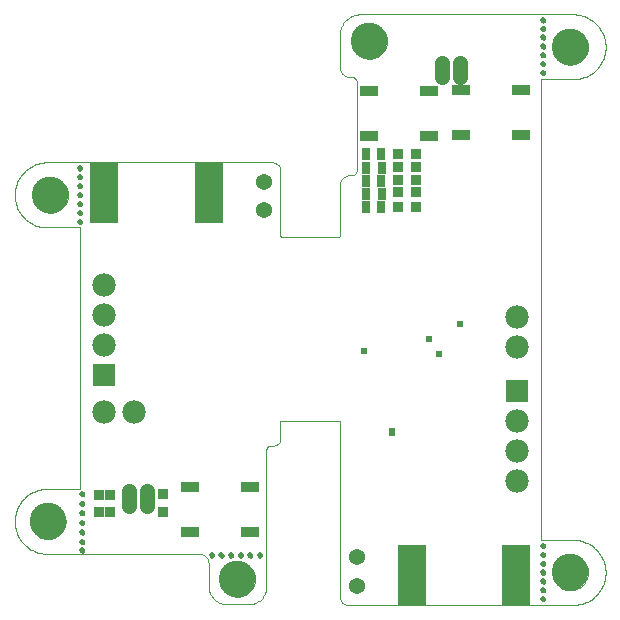
<source format=gbs>
G75*
G70*
%OFA0B0*%
%FSLAX24Y24*%
%IPPOS*%
%LPD*%
%AMOC8*
5,1,8,0,0,1.08239X$1,22.5*
%
%ADD10C,0.0000*%
%ADD11C,0.1221*%
%ADD12C,0.0190*%
%ADD13R,0.0240X0.0240*%
%ADD14R,0.0240X0.0280*%
%ADD15R,0.0355X0.0355*%
%ADD16R,0.0940X0.2040*%
%ADD17R,0.0640X0.0340*%
%ADD18C,0.0780*%
%ADD19C,0.0540*%
%ADD20R,0.0780X0.0780*%
%ADD21C,0.0516*%
%ADD22R,0.0316X0.0394*%
D10*
X001183Y005559D02*
X002265Y005559D01*
X002238Y005559D02*
X006238Y005559D01*
X006271Y005557D01*
X006305Y005552D01*
X006337Y005543D01*
X006368Y005531D01*
X006398Y005516D01*
X006426Y005498D01*
X006452Y005477D01*
X006476Y005453D01*
X006497Y005427D01*
X006515Y005399D01*
X006530Y005369D01*
X006542Y005338D01*
X006551Y005306D01*
X006556Y005272D01*
X006558Y005239D01*
X006558Y004439D01*
X006563Y004392D01*
X006572Y004346D01*
X006584Y004300D01*
X006600Y004256D01*
X006619Y004213D01*
X006642Y004171D01*
X006668Y004132D01*
X006696Y004094D01*
X006728Y004059D01*
X006762Y004027D01*
X006799Y003997D01*
X006838Y003970D01*
X006879Y003947D01*
X006921Y003927D01*
X006965Y003910D01*
X007011Y003896D01*
X007057Y003887D01*
X007104Y003880D01*
X007151Y003878D01*
X007198Y003879D01*
X007918Y003879D01*
X007964Y003881D01*
X008010Y003887D01*
X008055Y003896D01*
X008100Y003909D01*
X008143Y003926D01*
X008185Y003946D01*
X008224Y003970D01*
X008262Y003997D01*
X008297Y004027D01*
X008330Y004060D01*
X008360Y004095D01*
X008387Y004133D01*
X008411Y004172D01*
X008431Y004214D01*
X008448Y004257D01*
X008461Y004302D01*
X008470Y004347D01*
X008476Y004393D01*
X008478Y004439D01*
X008478Y008999D01*
X008480Y009022D01*
X008484Y009044D01*
X008492Y009065D01*
X008503Y009086D01*
X008517Y009104D01*
X008533Y009120D01*
X008551Y009134D01*
X008572Y009145D01*
X008593Y009153D01*
X008615Y009157D01*
X008638Y009159D01*
X008718Y009159D01*
X008747Y009161D01*
X008775Y009166D01*
X008802Y009174D01*
X008829Y009186D01*
X008853Y009201D01*
X008876Y009218D01*
X008896Y009238D01*
X008914Y009261D01*
X008929Y009285D01*
X008941Y009312D01*
X008950Y009339D01*
X008955Y009367D01*
X008957Y009396D01*
X008957Y009981D01*
X008958Y009987D01*
X008961Y009992D01*
X008966Y009995D01*
X008972Y009996D01*
X010935Y009996D01*
X010935Y004126D01*
X010937Y004095D01*
X010943Y004064D01*
X010952Y004034D01*
X010965Y004005D01*
X010981Y003978D01*
X010999Y003953D01*
X011021Y003930D01*
X011044Y003909D01*
X011070Y003891D01*
X011098Y003877D01*
X011127Y003865D01*
X011158Y003857D01*
X011189Y003852D01*
X011220Y003851D01*
X018712Y003851D01*
X019795Y004933D02*
X019793Y004996D01*
X019788Y005059D01*
X019779Y005121D01*
X019766Y005183D01*
X019750Y005244D01*
X019730Y005303D01*
X019706Y005362D01*
X019680Y005419D01*
X019650Y005474D01*
X019617Y005528D01*
X019581Y005580D01*
X019542Y005629D01*
X019500Y005676D01*
X019455Y005721D01*
X019408Y005763D01*
X019359Y005802D01*
X019307Y005838D01*
X019254Y005871D01*
X019198Y005901D01*
X019141Y005927D01*
X019082Y005951D01*
X019023Y005971D01*
X018962Y005987D01*
X018900Y006000D01*
X018838Y006009D01*
X018775Y006014D01*
X018712Y006016D01*
X017629Y006016D01*
X017629Y021370D01*
X018712Y021370D01*
X017634Y021586D02*
X017636Y021603D01*
X017641Y021619D01*
X017650Y021633D01*
X017662Y021645D01*
X017676Y021654D01*
X017692Y021659D01*
X017709Y021661D01*
X017726Y021659D01*
X017742Y021654D01*
X017756Y021645D01*
X017768Y021633D01*
X017777Y021619D01*
X017782Y021603D01*
X017784Y021586D01*
X017782Y021569D01*
X017777Y021553D01*
X017768Y021539D01*
X017756Y021527D01*
X017742Y021518D01*
X017726Y021513D01*
X017709Y021511D01*
X017692Y021513D01*
X017676Y021518D01*
X017662Y021527D01*
X017650Y021539D01*
X017641Y021553D01*
X017636Y021569D01*
X017634Y021586D01*
X017634Y021881D02*
X017636Y021898D01*
X017641Y021914D01*
X017650Y021928D01*
X017662Y021940D01*
X017676Y021949D01*
X017692Y021954D01*
X017709Y021956D01*
X017726Y021954D01*
X017742Y021949D01*
X017756Y021940D01*
X017768Y021928D01*
X017777Y021914D01*
X017782Y021898D01*
X017784Y021881D01*
X017782Y021864D01*
X017777Y021848D01*
X017768Y021834D01*
X017756Y021822D01*
X017742Y021813D01*
X017726Y021808D01*
X017709Y021806D01*
X017692Y021808D01*
X017676Y021813D01*
X017662Y021822D01*
X017650Y021834D01*
X017641Y021848D01*
X017636Y021864D01*
X017634Y021881D01*
X017634Y022176D02*
X017636Y022193D01*
X017641Y022209D01*
X017650Y022223D01*
X017662Y022235D01*
X017676Y022244D01*
X017692Y022249D01*
X017709Y022251D01*
X017726Y022249D01*
X017742Y022244D01*
X017756Y022235D01*
X017768Y022223D01*
X017777Y022209D01*
X017782Y022193D01*
X017784Y022176D01*
X017782Y022159D01*
X017777Y022143D01*
X017768Y022129D01*
X017756Y022117D01*
X017742Y022108D01*
X017726Y022103D01*
X017709Y022101D01*
X017692Y022103D01*
X017676Y022108D01*
X017662Y022117D01*
X017650Y022129D01*
X017641Y022143D01*
X017636Y022159D01*
X017634Y022176D01*
X017634Y022471D02*
X017636Y022488D01*
X017641Y022504D01*
X017650Y022518D01*
X017662Y022530D01*
X017676Y022539D01*
X017692Y022544D01*
X017709Y022546D01*
X017726Y022544D01*
X017742Y022539D01*
X017756Y022530D01*
X017768Y022518D01*
X017777Y022504D01*
X017782Y022488D01*
X017784Y022471D01*
X017782Y022454D01*
X017777Y022438D01*
X017768Y022424D01*
X017756Y022412D01*
X017742Y022403D01*
X017726Y022398D01*
X017709Y022396D01*
X017692Y022398D01*
X017676Y022403D01*
X017662Y022412D01*
X017650Y022424D01*
X017641Y022438D01*
X017636Y022454D01*
X017634Y022471D01*
X017634Y022767D02*
X017636Y022784D01*
X017641Y022800D01*
X017650Y022814D01*
X017662Y022826D01*
X017676Y022835D01*
X017692Y022840D01*
X017709Y022842D01*
X017726Y022840D01*
X017742Y022835D01*
X017756Y022826D01*
X017768Y022814D01*
X017777Y022800D01*
X017782Y022784D01*
X017784Y022767D01*
X017782Y022750D01*
X017777Y022734D01*
X017768Y022720D01*
X017756Y022708D01*
X017742Y022699D01*
X017726Y022694D01*
X017709Y022692D01*
X017692Y022694D01*
X017676Y022699D01*
X017662Y022708D01*
X017650Y022720D01*
X017641Y022734D01*
X017636Y022750D01*
X017634Y022767D01*
X017634Y023062D02*
X017636Y023079D01*
X017641Y023095D01*
X017650Y023109D01*
X017662Y023121D01*
X017676Y023130D01*
X017692Y023135D01*
X017709Y023137D01*
X017726Y023135D01*
X017742Y023130D01*
X017756Y023121D01*
X017768Y023109D01*
X017777Y023095D01*
X017782Y023079D01*
X017784Y023062D01*
X017782Y023045D01*
X017777Y023029D01*
X017768Y023015D01*
X017756Y023003D01*
X017742Y022994D01*
X017726Y022989D01*
X017709Y022987D01*
X017692Y022989D01*
X017676Y022994D01*
X017662Y023003D01*
X017650Y023015D01*
X017641Y023029D01*
X017636Y023045D01*
X017634Y023062D01*
X017634Y023339D02*
X017636Y023356D01*
X017641Y023372D01*
X017650Y023386D01*
X017662Y023398D01*
X017676Y023407D01*
X017692Y023412D01*
X017709Y023414D01*
X017726Y023412D01*
X017742Y023407D01*
X017756Y023398D01*
X017768Y023386D01*
X017777Y023372D01*
X017782Y023356D01*
X017784Y023339D01*
X017782Y023322D01*
X017777Y023306D01*
X017768Y023292D01*
X017756Y023280D01*
X017742Y023271D01*
X017726Y023266D01*
X017709Y023264D01*
X017692Y023266D01*
X017676Y023271D01*
X017662Y023280D01*
X017650Y023292D01*
X017641Y023306D01*
X017636Y023322D01*
X017634Y023339D01*
X018022Y022453D02*
X018024Y022501D01*
X018030Y022549D01*
X018040Y022596D01*
X018053Y022642D01*
X018071Y022687D01*
X018091Y022731D01*
X018116Y022773D01*
X018144Y022812D01*
X018174Y022849D01*
X018208Y022883D01*
X018245Y022915D01*
X018283Y022944D01*
X018324Y022969D01*
X018367Y022991D01*
X018412Y023009D01*
X018458Y023023D01*
X018505Y023034D01*
X018553Y023041D01*
X018601Y023044D01*
X018649Y023043D01*
X018697Y023038D01*
X018745Y023029D01*
X018791Y023017D01*
X018836Y023000D01*
X018880Y022980D01*
X018922Y022957D01*
X018962Y022930D01*
X019000Y022900D01*
X019035Y022867D01*
X019067Y022831D01*
X019097Y022793D01*
X019123Y022752D01*
X019145Y022709D01*
X019165Y022665D01*
X019180Y022620D01*
X019192Y022573D01*
X019200Y022525D01*
X019204Y022477D01*
X019204Y022429D01*
X019200Y022381D01*
X019192Y022333D01*
X019180Y022286D01*
X019165Y022241D01*
X019145Y022197D01*
X019123Y022154D01*
X019097Y022113D01*
X019067Y022075D01*
X019035Y022039D01*
X019000Y022006D01*
X018962Y021976D01*
X018922Y021949D01*
X018880Y021926D01*
X018836Y021906D01*
X018791Y021889D01*
X018745Y021877D01*
X018697Y021868D01*
X018649Y021863D01*
X018601Y021862D01*
X018553Y021865D01*
X018505Y021872D01*
X018458Y021883D01*
X018412Y021897D01*
X018367Y021915D01*
X018324Y021937D01*
X018283Y021962D01*
X018245Y021991D01*
X018208Y022023D01*
X018174Y022057D01*
X018144Y022094D01*
X018116Y022133D01*
X018091Y022175D01*
X018071Y022219D01*
X018053Y022264D01*
X018040Y022310D01*
X018030Y022357D01*
X018024Y022405D01*
X018022Y022453D01*
X018712Y023536D02*
X018775Y023534D01*
X018838Y023529D01*
X018900Y023520D01*
X018962Y023507D01*
X019023Y023491D01*
X019082Y023471D01*
X019141Y023447D01*
X019198Y023421D01*
X019254Y023391D01*
X019307Y023358D01*
X019359Y023322D01*
X019408Y023283D01*
X019455Y023241D01*
X019500Y023196D01*
X019542Y023149D01*
X019581Y023100D01*
X019617Y023048D01*
X019650Y022994D01*
X019680Y022939D01*
X019706Y022882D01*
X019730Y022823D01*
X019750Y022764D01*
X019766Y022703D01*
X019779Y022641D01*
X019788Y022579D01*
X019793Y022516D01*
X019795Y022453D01*
X019793Y022390D01*
X019788Y022327D01*
X019779Y022265D01*
X019766Y022203D01*
X019750Y022142D01*
X019730Y022083D01*
X019706Y022024D01*
X019680Y021967D01*
X019650Y021912D01*
X019617Y021858D01*
X019581Y021806D01*
X019542Y021757D01*
X019500Y021710D01*
X019455Y021665D01*
X019408Y021623D01*
X019359Y021584D01*
X019307Y021548D01*
X019254Y021515D01*
X019198Y021485D01*
X019141Y021459D01*
X019082Y021435D01*
X019023Y021415D01*
X018962Y021399D01*
X018900Y021386D01*
X018838Y021377D01*
X018775Y021372D01*
X018712Y021370D01*
X018712Y023536D02*
X011625Y023536D01*
X011574Y023534D01*
X011522Y023528D01*
X011472Y023519D01*
X011422Y023505D01*
X011373Y023488D01*
X011326Y023468D01*
X011280Y023444D01*
X011237Y023416D01*
X011195Y023386D01*
X011156Y023352D01*
X011120Y023316D01*
X011086Y023277D01*
X011056Y023235D01*
X011028Y023192D01*
X011004Y023146D01*
X010984Y023099D01*
X010967Y023050D01*
X010953Y023000D01*
X010944Y022950D01*
X010938Y022898D01*
X010936Y022847D01*
X010936Y021771D01*
X010938Y021738D01*
X010943Y021704D01*
X010952Y021672D01*
X010964Y021641D01*
X010979Y021611D01*
X010997Y021583D01*
X011018Y021557D01*
X011042Y021533D01*
X011068Y021512D01*
X011096Y021494D01*
X011126Y021479D01*
X011157Y021467D01*
X011189Y021458D01*
X011223Y021453D01*
X011256Y021451D01*
X011336Y021451D01*
X011359Y021449D01*
X011381Y021445D01*
X011402Y021437D01*
X011423Y021426D01*
X011441Y021412D01*
X011457Y021396D01*
X011471Y021378D01*
X011482Y021357D01*
X011490Y021336D01*
X011494Y021314D01*
X011496Y021291D01*
X011496Y018331D01*
X011494Y018308D01*
X011490Y018286D01*
X011482Y018265D01*
X011471Y018244D01*
X011457Y018226D01*
X011441Y018210D01*
X011423Y018196D01*
X011402Y018185D01*
X011381Y018177D01*
X011359Y018173D01*
X011336Y018171D01*
X011256Y018171D01*
X011257Y018171D02*
X011223Y018169D01*
X011190Y018164D01*
X011158Y018156D01*
X011126Y018144D01*
X011096Y018128D01*
X011068Y018110D01*
X011042Y018089D01*
X011018Y018065D01*
X010997Y018039D01*
X010978Y018011D01*
X010963Y017981D01*
X010951Y017950D01*
X010942Y017917D01*
X010937Y017884D01*
X010935Y017851D01*
X010935Y016161D01*
X010933Y016148D01*
X010928Y016136D01*
X010920Y016126D01*
X010910Y016118D01*
X010898Y016113D01*
X010885Y016111D01*
X009007Y016111D01*
X008994Y016113D01*
X008982Y016118D01*
X008972Y016126D01*
X008964Y016136D01*
X008959Y016148D01*
X008957Y016161D01*
X008957Y018326D01*
X008955Y018357D01*
X008949Y018388D01*
X008940Y018418D01*
X008927Y018447D01*
X008911Y018474D01*
X008893Y018499D01*
X008871Y018522D01*
X008848Y018543D01*
X008822Y018561D01*
X008794Y018575D01*
X008765Y018587D01*
X008734Y018595D01*
X008703Y018600D01*
X008672Y018601D01*
X001182Y018601D01*
X001183Y018601D02*
X001120Y018599D01*
X001057Y018594D01*
X000995Y018584D01*
X000933Y018572D01*
X000872Y018555D01*
X000812Y018535D01*
X000754Y018512D01*
X000697Y018485D01*
X000641Y018455D01*
X000587Y018422D01*
X000536Y018386D01*
X000486Y018347D01*
X000439Y018305D01*
X000395Y018260D01*
X000353Y018213D01*
X000314Y018163D01*
X000278Y018112D01*
X000245Y018058D01*
X000215Y018003D01*
X000188Y017945D01*
X000165Y017887D01*
X000145Y017827D01*
X000129Y017766D01*
X000116Y017704D01*
X000107Y017642D01*
X000102Y017579D01*
X000100Y017516D01*
X000102Y017453D01*
X000107Y017390D01*
X000116Y017328D01*
X000129Y017266D01*
X000145Y017205D01*
X000165Y017146D01*
X000189Y017087D01*
X000215Y017030D01*
X000245Y016975D01*
X000278Y016921D01*
X000314Y016869D01*
X000353Y016820D01*
X000395Y016773D01*
X000440Y016728D01*
X000487Y016686D01*
X000536Y016647D01*
X000588Y016611D01*
X000641Y016578D01*
X000697Y016548D01*
X000754Y016522D01*
X000813Y016498D01*
X000872Y016478D01*
X000933Y016462D01*
X000995Y016449D01*
X001057Y016440D01*
X001120Y016435D01*
X001183Y016433D01*
X002265Y016433D01*
X002265Y007719D01*
X001183Y007719D01*
X001120Y007717D01*
X001057Y007712D01*
X000995Y007703D01*
X000933Y007690D01*
X000872Y007674D01*
X000813Y007654D01*
X000754Y007630D01*
X000697Y007604D01*
X000642Y007574D01*
X000588Y007541D01*
X000536Y007505D01*
X000487Y007466D01*
X000440Y007424D01*
X000395Y007379D01*
X000353Y007332D01*
X000314Y007283D01*
X000278Y007231D01*
X000245Y007178D01*
X000215Y007122D01*
X000189Y007065D01*
X000165Y007006D01*
X000145Y006947D01*
X000129Y006886D01*
X000116Y006824D01*
X000107Y006762D01*
X000102Y006699D01*
X000100Y006636D01*
X000102Y006573D01*
X000107Y006510D01*
X000116Y006448D01*
X000129Y006386D01*
X000145Y006325D01*
X000165Y006266D01*
X000189Y006207D01*
X000215Y006150D01*
X000245Y006095D01*
X000278Y006041D01*
X000314Y005989D01*
X000353Y005940D01*
X000395Y005893D01*
X000440Y005848D01*
X000487Y005806D01*
X000536Y005767D01*
X000588Y005731D01*
X000641Y005698D01*
X000697Y005668D01*
X000754Y005642D01*
X000813Y005618D01*
X000872Y005598D01*
X000933Y005582D01*
X000995Y005569D01*
X001057Y005560D01*
X001120Y005555D01*
X001183Y005553D01*
X000610Y006636D02*
X000612Y006684D01*
X000618Y006732D01*
X000628Y006779D01*
X000641Y006825D01*
X000659Y006870D01*
X000679Y006914D01*
X000704Y006956D01*
X000732Y006995D01*
X000762Y007032D01*
X000796Y007066D01*
X000833Y007098D01*
X000871Y007127D01*
X000912Y007152D01*
X000955Y007174D01*
X001000Y007192D01*
X001046Y007206D01*
X001093Y007217D01*
X001141Y007224D01*
X001189Y007227D01*
X001237Y007226D01*
X001285Y007221D01*
X001333Y007212D01*
X001379Y007200D01*
X001424Y007183D01*
X001468Y007163D01*
X001510Y007140D01*
X001550Y007113D01*
X001588Y007083D01*
X001623Y007050D01*
X001655Y007014D01*
X001685Y006976D01*
X001711Y006935D01*
X001733Y006892D01*
X001753Y006848D01*
X001768Y006803D01*
X001780Y006756D01*
X001788Y006708D01*
X001792Y006660D01*
X001792Y006612D01*
X001788Y006564D01*
X001780Y006516D01*
X001768Y006469D01*
X001753Y006424D01*
X001733Y006380D01*
X001711Y006337D01*
X001685Y006296D01*
X001655Y006258D01*
X001623Y006222D01*
X001588Y006189D01*
X001550Y006159D01*
X001510Y006132D01*
X001468Y006109D01*
X001424Y006089D01*
X001379Y006072D01*
X001333Y006060D01*
X001285Y006051D01*
X001237Y006046D01*
X001189Y006045D01*
X001141Y006048D01*
X001093Y006055D01*
X001046Y006066D01*
X001000Y006080D01*
X000955Y006098D01*
X000912Y006120D01*
X000871Y006145D01*
X000833Y006174D01*
X000796Y006206D01*
X000762Y006240D01*
X000732Y006277D01*
X000704Y006316D01*
X000679Y006358D01*
X000659Y006402D01*
X000641Y006447D01*
X000628Y006493D01*
X000618Y006540D01*
X000612Y006588D01*
X000610Y006636D01*
X002270Y006591D02*
X002272Y006608D01*
X002277Y006624D01*
X002286Y006638D01*
X002298Y006650D01*
X002312Y006659D01*
X002328Y006664D01*
X002345Y006666D01*
X002362Y006664D01*
X002378Y006659D01*
X002392Y006650D01*
X002404Y006638D01*
X002413Y006624D01*
X002418Y006608D01*
X002420Y006591D01*
X002418Y006574D01*
X002413Y006558D01*
X002404Y006544D01*
X002392Y006532D01*
X002378Y006523D01*
X002362Y006518D01*
X002345Y006516D01*
X002328Y006518D01*
X002312Y006523D01*
X002298Y006532D01*
X002286Y006544D01*
X002277Y006558D01*
X002272Y006574D01*
X002270Y006591D01*
X002270Y006911D02*
X002272Y006928D01*
X002277Y006944D01*
X002286Y006958D01*
X002298Y006970D01*
X002312Y006979D01*
X002328Y006984D01*
X002345Y006986D01*
X002362Y006984D01*
X002378Y006979D01*
X002392Y006970D01*
X002404Y006958D01*
X002413Y006944D01*
X002418Y006928D01*
X002420Y006911D01*
X002418Y006894D01*
X002413Y006878D01*
X002404Y006864D01*
X002392Y006852D01*
X002378Y006843D01*
X002362Y006838D01*
X002345Y006836D01*
X002328Y006838D01*
X002312Y006843D01*
X002298Y006852D01*
X002286Y006864D01*
X002277Y006878D01*
X002272Y006894D01*
X002270Y006911D01*
X002270Y007231D02*
X002272Y007248D01*
X002277Y007264D01*
X002286Y007278D01*
X002298Y007290D01*
X002312Y007299D01*
X002328Y007304D01*
X002345Y007306D01*
X002362Y007304D01*
X002378Y007299D01*
X002392Y007290D01*
X002404Y007278D01*
X002413Y007264D01*
X002418Y007248D01*
X002420Y007231D01*
X002418Y007214D01*
X002413Y007198D01*
X002404Y007184D01*
X002392Y007172D01*
X002378Y007163D01*
X002362Y007158D01*
X002345Y007156D01*
X002328Y007158D01*
X002312Y007163D01*
X002298Y007172D01*
X002286Y007184D01*
X002277Y007198D01*
X002272Y007214D01*
X002270Y007231D01*
X002270Y007551D02*
X002272Y007568D01*
X002277Y007584D01*
X002286Y007598D01*
X002298Y007610D01*
X002312Y007619D01*
X002328Y007624D01*
X002345Y007626D01*
X002362Y007624D01*
X002378Y007619D01*
X002392Y007610D01*
X002404Y007598D01*
X002413Y007584D01*
X002418Y007568D01*
X002420Y007551D01*
X002418Y007534D01*
X002413Y007518D01*
X002404Y007504D01*
X002392Y007492D01*
X002378Y007483D01*
X002362Y007478D01*
X002345Y007476D01*
X002328Y007478D01*
X002312Y007483D01*
X002298Y007492D01*
X002286Y007504D01*
X002277Y007518D01*
X002272Y007534D01*
X002270Y007551D01*
X002270Y006271D02*
X002272Y006288D01*
X002277Y006304D01*
X002286Y006318D01*
X002298Y006330D01*
X002312Y006339D01*
X002328Y006344D01*
X002345Y006346D01*
X002362Y006344D01*
X002378Y006339D01*
X002392Y006330D01*
X002404Y006318D01*
X002413Y006304D01*
X002418Y006288D01*
X002420Y006271D01*
X002418Y006254D01*
X002413Y006238D01*
X002404Y006224D01*
X002392Y006212D01*
X002378Y006203D01*
X002362Y006198D01*
X002345Y006196D01*
X002328Y006198D01*
X002312Y006203D01*
X002298Y006212D01*
X002286Y006224D01*
X002277Y006238D01*
X002272Y006254D01*
X002270Y006271D01*
X002270Y005951D02*
X002272Y005968D01*
X002277Y005984D01*
X002286Y005998D01*
X002298Y006010D01*
X002312Y006019D01*
X002328Y006024D01*
X002345Y006026D01*
X002362Y006024D01*
X002378Y006019D01*
X002392Y006010D01*
X002404Y005998D01*
X002413Y005984D01*
X002418Y005968D01*
X002420Y005951D01*
X002418Y005934D01*
X002413Y005918D01*
X002404Y005904D01*
X002392Y005892D01*
X002378Y005883D01*
X002362Y005878D01*
X002345Y005876D01*
X002328Y005878D01*
X002312Y005883D01*
X002298Y005892D01*
X002286Y005904D01*
X002277Y005918D01*
X002272Y005934D01*
X002270Y005951D01*
X002270Y005671D02*
X002272Y005688D01*
X002277Y005704D01*
X002286Y005718D01*
X002298Y005730D01*
X002312Y005739D01*
X002328Y005744D01*
X002345Y005746D01*
X002362Y005744D01*
X002378Y005739D01*
X002392Y005730D01*
X002404Y005718D01*
X002413Y005704D01*
X002418Y005688D01*
X002420Y005671D01*
X002418Y005654D01*
X002413Y005638D01*
X002404Y005624D01*
X002392Y005612D01*
X002378Y005603D01*
X002362Y005598D01*
X002345Y005596D01*
X002328Y005598D01*
X002312Y005603D01*
X002298Y005612D01*
X002286Y005624D01*
X002277Y005638D01*
X002272Y005654D01*
X002270Y005671D01*
X006590Y005504D02*
X006592Y005521D01*
X006597Y005537D01*
X006606Y005551D01*
X006618Y005563D01*
X006632Y005572D01*
X006648Y005577D01*
X006665Y005579D01*
X006682Y005577D01*
X006698Y005572D01*
X006712Y005563D01*
X006724Y005551D01*
X006733Y005537D01*
X006738Y005521D01*
X006740Y005504D01*
X006738Y005487D01*
X006733Y005471D01*
X006724Y005457D01*
X006712Y005445D01*
X006698Y005436D01*
X006682Y005431D01*
X006665Y005429D01*
X006648Y005431D01*
X006632Y005436D01*
X006618Y005445D01*
X006606Y005457D01*
X006597Y005471D01*
X006592Y005487D01*
X006590Y005504D01*
X006910Y005504D02*
X006912Y005521D01*
X006917Y005537D01*
X006926Y005551D01*
X006938Y005563D01*
X006952Y005572D01*
X006968Y005577D01*
X006985Y005579D01*
X007002Y005577D01*
X007018Y005572D01*
X007032Y005563D01*
X007044Y005551D01*
X007053Y005537D01*
X007058Y005521D01*
X007060Y005504D01*
X007058Y005487D01*
X007053Y005471D01*
X007044Y005457D01*
X007032Y005445D01*
X007018Y005436D01*
X007002Y005431D01*
X006985Y005429D01*
X006968Y005431D01*
X006952Y005436D01*
X006938Y005445D01*
X006926Y005457D01*
X006917Y005471D01*
X006912Y005487D01*
X006910Y005504D01*
X007230Y005504D02*
X007232Y005521D01*
X007237Y005537D01*
X007246Y005551D01*
X007258Y005563D01*
X007272Y005572D01*
X007288Y005577D01*
X007305Y005579D01*
X007322Y005577D01*
X007338Y005572D01*
X007352Y005563D01*
X007364Y005551D01*
X007373Y005537D01*
X007378Y005521D01*
X007380Y005504D01*
X007378Y005487D01*
X007373Y005471D01*
X007364Y005457D01*
X007352Y005445D01*
X007338Y005436D01*
X007322Y005431D01*
X007305Y005429D01*
X007288Y005431D01*
X007272Y005436D01*
X007258Y005445D01*
X007246Y005457D01*
X007237Y005471D01*
X007232Y005487D01*
X007230Y005504D01*
X007550Y005504D02*
X007552Y005521D01*
X007557Y005537D01*
X007566Y005551D01*
X007578Y005563D01*
X007592Y005572D01*
X007608Y005577D01*
X007625Y005579D01*
X007642Y005577D01*
X007658Y005572D01*
X007672Y005563D01*
X007684Y005551D01*
X007693Y005537D01*
X007698Y005521D01*
X007700Y005504D01*
X007698Y005487D01*
X007693Y005471D01*
X007684Y005457D01*
X007672Y005445D01*
X007658Y005436D01*
X007642Y005431D01*
X007625Y005429D01*
X007608Y005431D01*
X007592Y005436D01*
X007578Y005445D01*
X007566Y005457D01*
X007557Y005471D01*
X007552Y005487D01*
X007550Y005504D01*
X007870Y005504D02*
X007872Y005521D01*
X007877Y005537D01*
X007886Y005551D01*
X007898Y005563D01*
X007912Y005572D01*
X007928Y005577D01*
X007945Y005579D01*
X007962Y005577D01*
X007978Y005572D01*
X007992Y005563D01*
X008004Y005551D01*
X008013Y005537D01*
X008018Y005521D01*
X008020Y005504D01*
X008018Y005487D01*
X008013Y005471D01*
X008004Y005457D01*
X007992Y005445D01*
X007978Y005436D01*
X007962Y005431D01*
X007945Y005429D01*
X007928Y005431D01*
X007912Y005436D01*
X007898Y005445D01*
X007886Y005457D01*
X007877Y005471D01*
X007872Y005487D01*
X007870Y005504D01*
X008190Y005504D02*
X008192Y005521D01*
X008197Y005537D01*
X008206Y005551D01*
X008218Y005563D01*
X008232Y005572D01*
X008248Y005577D01*
X008265Y005579D01*
X008282Y005577D01*
X008298Y005572D01*
X008312Y005563D01*
X008324Y005551D01*
X008333Y005537D01*
X008338Y005521D01*
X008340Y005504D01*
X008338Y005487D01*
X008333Y005471D01*
X008324Y005457D01*
X008312Y005445D01*
X008298Y005436D01*
X008282Y005431D01*
X008265Y005429D01*
X008248Y005431D01*
X008232Y005436D01*
X008218Y005445D01*
X008206Y005457D01*
X008197Y005471D01*
X008192Y005487D01*
X008190Y005504D01*
X006930Y004716D02*
X006932Y004764D01*
X006938Y004812D01*
X006948Y004859D01*
X006961Y004905D01*
X006979Y004950D01*
X006999Y004994D01*
X007024Y005036D01*
X007052Y005075D01*
X007082Y005112D01*
X007116Y005146D01*
X007153Y005178D01*
X007191Y005207D01*
X007232Y005232D01*
X007275Y005254D01*
X007320Y005272D01*
X007366Y005286D01*
X007413Y005297D01*
X007461Y005304D01*
X007509Y005307D01*
X007557Y005306D01*
X007605Y005301D01*
X007653Y005292D01*
X007699Y005280D01*
X007744Y005263D01*
X007788Y005243D01*
X007830Y005220D01*
X007870Y005193D01*
X007908Y005163D01*
X007943Y005130D01*
X007975Y005094D01*
X008005Y005056D01*
X008031Y005015D01*
X008053Y004972D01*
X008073Y004928D01*
X008088Y004883D01*
X008100Y004836D01*
X008108Y004788D01*
X008112Y004740D01*
X008112Y004692D01*
X008108Y004644D01*
X008100Y004596D01*
X008088Y004549D01*
X008073Y004504D01*
X008053Y004460D01*
X008031Y004417D01*
X008005Y004376D01*
X007975Y004338D01*
X007943Y004302D01*
X007908Y004269D01*
X007870Y004239D01*
X007830Y004212D01*
X007788Y004189D01*
X007744Y004169D01*
X007699Y004152D01*
X007653Y004140D01*
X007605Y004131D01*
X007557Y004126D01*
X007509Y004125D01*
X007461Y004128D01*
X007413Y004135D01*
X007366Y004146D01*
X007320Y004160D01*
X007275Y004178D01*
X007232Y004200D01*
X007191Y004225D01*
X007153Y004254D01*
X007116Y004286D01*
X007082Y004320D01*
X007052Y004357D01*
X007024Y004396D01*
X006999Y004438D01*
X006979Y004482D01*
X006961Y004527D01*
X006948Y004573D01*
X006938Y004620D01*
X006932Y004668D01*
X006930Y004716D01*
X012870Y003851D02*
X017270Y003851D01*
X017634Y004047D02*
X017636Y004064D01*
X017641Y004080D01*
X017650Y004094D01*
X017662Y004106D01*
X017676Y004115D01*
X017692Y004120D01*
X017709Y004122D01*
X017726Y004120D01*
X017742Y004115D01*
X017756Y004106D01*
X017768Y004094D01*
X017777Y004080D01*
X017782Y004064D01*
X017784Y004047D01*
X017782Y004030D01*
X017777Y004014D01*
X017768Y004000D01*
X017756Y003988D01*
X017742Y003979D01*
X017726Y003974D01*
X017709Y003972D01*
X017692Y003974D01*
X017676Y003979D01*
X017662Y003988D01*
X017650Y004000D01*
X017641Y004014D01*
X017636Y004030D01*
X017634Y004047D01*
X017634Y004343D02*
X017636Y004360D01*
X017641Y004376D01*
X017650Y004390D01*
X017662Y004402D01*
X017676Y004411D01*
X017692Y004416D01*
X017709Y004418D01*
X017726Y004416D01*
X017742Y004411D01*
X017756Y004402D01*
X017768Y004390D01*
X017777Y004376D01*
X017782Y004360D01*
X017784Y004343D01*
X017782Y004326D01*
X017777Y004310D01*
X017768Y004296D01*
X017756Y004284D01*
X017742Y004275D01*
X017726Y004270D01*
X017709Y004268D01*
X017692Y004270D01*
X017676Y004275D01*
X017662Y004284D01*
X017650Y004296D01*
X017641Y004310D01*
X017636Y004326D01*
X017634Y004343D01*
X017634Y004638D02*
X017636Y004655D01*
X017641Y004671D01*
X017650Y004685D01*
X017662Y004697D01*
X017676Y004706D01*
X017692Y004711D01*
X017709Y004713D01*
X017726Y004711D01*
X017742Y004706D01*
X017756Y004697D01*
X017768Y004685D01*
X017777Y004671D01*
X017782Y004655D01*
X017784Y004638D01*
X017782Y004621D01*
X017777Y004605D01*
X017768Y004591D01*
X017756Y004579D01*
X017742Y004570D01*
X017726Y004565D01*
X017709Y004563D01*
X017692Y004565D01*
X017676Y004570D01*
X017662Y004579D01*
X017650Y004591D01*
X017641Y004605D01*
X017636Y004621D01*
X017634Y004638D01*
X017634Y004933D02*
X017636Y004950D01*
X017641Y004966D01*
X017650Y004980D01*
X017662Y004992D01*
X017676Y005001D01*
X017692Y005006D01*
X017709Y005008D01*
X017726Y005006D01*
X017742Y005001D01*
X017756Y004992D01*
X017768Y004980D01*
X017777Y004966D01*
X017782Y004950D01*
X017784Y004933D01*
X017782Y004916D01*
X017777Y004900D01*
X017768Y004886D01*
X017756Y004874D01*
X017742Y004865D01*
X017726Y004860D01*
X017709Y004858D01*
X017692Y004860D01*
X017676Y004865D01*
X017662Y004874D01*
X017650Y004886D01*
X017641Y004900D01*
X017636Y004916D01*
X017634Y004933D01*
X017634Y005229D02*
X017636Y005246D01*
X017641Y005262D01*
X017650Y005276D01*
X017662Y005288D01*
X017676Y005297D01*
X017692Y005302D01*
X017709Y005304D01*
X017726Y005302D01*
X017742Y005297D01*
X017756Y005288D01*
X017768Y005276D01*
X017777Y005262D01*
X017782Y005246D01*
X017784Y005229D01*
X017782Y005212D01*
X017777Y005196D01*
X017768Y005182D01*
X017756Y005170D01*
X017742Y005161D01*
X017726Y005156D01*
X017709Y005154D01*
X017692Y005156D01*
X017676Y005161D01*
X017662Y005170D01*
X017650Y005182D01*
X017641Y005196D01*
X017636Y005212D01*
X017634Y005229D01*
X017634Y005524D02*
X017636Y005541D01*
X017641Y005557D01*
X017650Y005571D01*
X017662Y005583D01*
X017676Y005592D01*
X017692Y005597D01*
X017709Y005599D01*
X017726Y005597D01*
X017742Y005592D01*
X017756Y005583D01*
X017768Y005571D01*
X017777Y005557D01*
X017782Y005541D01*
X017784Y005524D01*
X017782Y005507D01*
X017777Y005491D01*
X017768Y005477D01*
X017756Y005465D01*
X017742Y005456D01*
X017726Y005451D01*
X017709Y005449D01*
X017692Y005451D01*
X017676Y005456D01*
X017662Y005465D01*
X017650Y005477D01*
X017641Y005491D01*
X017636Y005507D01*
X017634Y005524D01*
X017634Y005819D02*
X017636Y005836D01*
X017641Y005852D01*
X017650Y005866D01*
X017662Y005878D01*
X017676Y005887D01*
X017692Y005892D01*
X017709Y005894D01*
X017726Y005892D01*
X017742Y005887D01*
X017756Y005878D01*
X017768Y005866D01*
X017777Y005852D01*
X017782Y005836D01*
X017784Y005819D01*
X017782Y005802D01*
X017777Y005786D01*
X017768Y005772D01*
X017756Y005760D01*
X017742Y005751D01*
X017726Y005746D01*
X017709Y005744D01*
X017692Y005746D01*
X017676Y005751D01*
X017662Y005760D01*
X017650Y005772D01*
X017641Y005786D01*
X017636Y005802D01*
X017634Y005819D01*
X018022Y004933D02*
X018024Y004981D01*
X018030Y005029D01*
X018040Y005076D01*
X018053Y005122D01*
X018071Y005167D01*
X018091Y005211D01*
X018116Y005253D01*
X018144Y005292D01*
X018174Y005329D01*
X018208Y005363D01*
X018245Y005395D01*
X018283Y005424D01*
X018324Y005449D01*
X018367Y005471D01*
X018412Y005489D01*
X018458Y005503D01*
X018505Y005514D01*
X018553Y005521D01*
X018601Y005524D01*
X018649Y005523D01*
X018697Y005518D01*
X018745Y005509D01*
X018791Y005497D01*
X018836Y005480D01*
X018880Y005460D01*
X018922Y005437D01*
X018962Y005410D01*
X019000Y005380D01*
X019035Y005347D01*
X019067Y005311D01*
X019097Y005273D01*
X019123Y005232D01*
X019145Y005189D01*
X019165Y005145D01*
X019180Y005100D01*
X019192Y005053D01*
X019200Y005005D01*
X019204Y004957D01*
X019204Y004909D01*
X019200Y004861D01*
X019192Y004813D01*
X019180Y004766D01*
X019165Y004721D01*
X019145Y004677D01*
X019123Y004634D01*
X019097Y004593D01*
X019067Y004555D01*
X019035Y004519D01*
X019000Y004486D01*
X018962Y004456D01*
X018922Y004429D01*
X018880Y004406D01*
X018836Y004386D01*
X018791Y004369D01*
X018745Y004357D01*
X018697Y004348D01*
X018649Y004343D01*
X018601Y004342D01*
X018553Y004345D01*
X018505Y004352D01*
X018458Y004363D01*
X018412Y004377D01*
X018367Y004395D01*
X018324Y004417D01*
X018283Y004442D01*
X018245Y004471D01*
X018208Y004503D01*
X018174Y004537D01*
X018144Y004574D01*
X018116Y004613D01*
X018091Y004655D01*
X018071Y004699D01*
X018053Y004744D01*
X018040Y004790D01*
X018030Y004837D01*
X018024Y004885D01*
X018022Y004933D01*
X018712Y003850D02*
X018775Y003852D01*
X018838Y003857D01*
X018900Y003866D01*
X018962Y003879D01*
X019023Y003895D01*
X019082Y003915D01*
X019141Y003939D01*
X019198Y003965D01*
X019254Y003995D01*
X019307Y004028D01*
X019359Y004064D01*
X019408Y004103D01*
X019455Y004145D01*
X019500Y004190D01*
X019542Y004237D01*
X019581Y004286D01*
X019617Y004338D01*
X019650Y004392D01*
X019680Y004447D01*
X019706Y004504D01*
X019730Y004563D01*
X019750Y004622D01*
X019766Y004683D01*
X019779Y004745D01*
X019788Y004807D01*
X019793Y004870D01*
X019795Y004933D01*
X007024Y018599D02*
X002624Y018599D01*
X002190Y018402D02*
X002192Y018419D01*
X002197Y018435D01*
X002206Y018449D01*
X002218Y018461D01*
X002232Y018470D01*
X002248Y018475D01*
X002265Y018477D01*
X002282Y018475D01*
X002298Y018470D01*
X002312Y018461D01*
X002324Y018449D01*
X002333Y018435D01*
X002338Y018419D01*
X002340Y018402D01*
X002338Y018385D01*
X002333Y018369D01*
X002324Y018355D01*
X002312Y018343D01*
X002298Y018334D01*
X002282Y018329D01*
X002265Y018327D01*
X002248Y018329D01*
X002232Y018334D01*
X002218Y018343D01*
X002206Y018355D01*
X002197Y018369D01*
X002192Y018385D01*
X002190Y018402D01*
X002190Y018107D02*
X002192Y018124D01*
X002197Y018140D01*
X002206Y018154D01*
X002218Y018166D01*
X002232Y018175D01*
X002248Y018180D01*
X002265Y018182D01*
X002282Y018180D01*
X002298Y018175D01*
X002312Y018166D01*
X002324Y018154D01*
X002333Y018140D01*
X002338Y018124D01*
X002340Y018107D01*
X002338Y018090D01*
X002333Y018074D01*
X002324Y018060D01*
X002312Y018048D01*
X002298Y018039D01*
X002282Y018034D01*
X002265Y018032D01*
X002248Y018034D01*
X002232Y018039D01*
X002218Y018048D01*
X002206Y018060D01*
X002197Y018074D01*
X002192Y018090D01*
X002190Y018107D01*
X002190Y017811D02*
X002192Y017828D01*
X002197Y017844D01*
X002206Y017858D01*
X002218Y017870D01*
X002232Y017879D01*
X002248Y017884D01*
X002265Y017886D01*
X002282Y017884D01*
X002298Y017879D01*
X002312Y017870D01*
X002324Y017858D01*
X002333Y017844D01*
X002338Y017828D01*
X002340Y017811D01*
X002338Y017794D01*
X002333Y017778D01*
X002324Y017764D01*
X002312Y017752D01*
X002298Y017743D01*
X002282Y017738D01*
X002265Y017736D01*
X002248Y017738D01*
X002232Y017743D01*
X002218Y017752D01*
X002206Y017764D01*
X002197Y017778D01*
X002192Y017794D01*
X002190Y017811D01*
X002190Y017516D02*
X002192Y017533D01*
X002197Y017549D01*
X002206Y017563D01*
X002218Y017575D01*
X002232Y017584D01*
X002248Y017589D01*
X002265Y017591D01*
X002282Y017589D01*
X002298Y017584D01*
X002312Y017575D01*
X002324Y017563D01*
X002333Y017549D01*
X002338Y017533D01*
X002340Y017516D01*
X002338Y017499D01*
X002333Y017483D01*
X002324Y017469D01*
X002312Y017457D01*
X002298Y017448D01*
X002282Y017443D01*
X002265Y017441D01*
X002248Y017443D01*
X002232Y017448D01*
X002218Y017457D01*
X002206Y017469D01*
X002197Y017483D01*
X002192Y017499D01*
X002190Y017516D01*
X002190Y017221D02*
X002192Y017238D01*
X002197Y017254D01*
X002206Y017268D01*
X002218Y017280D01*
X002232Y017289D01*
X002248Y017294D01*
X002265Y017296D01*
X002282Y017294D01*
X002298Y017289D01*
X002312Y017280D01*
X002324Y017268D01*
X002333Y017254D01*
X002338Y017238D01*
X002340Y017221D01*
X002338Y017204D01*
X002333Y017188D01*
X002324Y017174D01*
X002312Y017162D01*
X002298Y017153D01*
X002282Y017148D01*
X002265Y017146D01*
X002248Y017148D01*
X002232Y017153D01*
X002218Y017162D01*
X002206Y017174D01*
X002197Y017188D01*
X002192Y017204D01*
X002190Y017221D01*
X002190Y016926D02*
X002192Y016943D01*
X002197Y016959D01*
X002206Y016973D01*
X002218Y016985D01*
X002232Y016994D01*
X002248Y016999D01*
X002265Y017001D01*
X002282Y016999D01*
X002298Y016994D01*
X002312Y016985D01*
X002324Y016973D01*
X002333Y016959D01*
X002338Y016943D01*
X002340Y016926D01*
X002338Y016909D01*
X002333Y016893D01*
X002324Y016879D01*
X002312Y016867D01*
X002298Y016858D01*
X002282Y016853D01*
X002265Y016851D01*
X002248Y016853D01*
X002232Y016858D01*
X002218Y016867D01*
X002206Y016879D01*
X002197Y016893D01*
X002192Y016909D01*
X002190Y016926D01*
X002190Y016630D02*
X002192Y016647D01*
X002197Y016663D01*
X002206Y016677D01*
X002218Y016689D01*
X002232Y016698D01*
X002248Y016703D01*
X002265Y016705D01*
X002282Y016703D01*
X002298Y016698D01*
X002312Y016689D01*
X002324Y016677D01*
X002333Y016663D01*
X002338Y016647D01*
X002340Y016630D01*
X002338Y016613D01*
X002333Y016597D01*
X002324Y016583D01*
X002312Y016571D01*
X002298Y016562D01*
X002282Y016557D01*
X002265Y016555D01*
X002248Y016557D01*
X002232Y016562D01*
X002218Y016571D01*
X002206Y016583D01*
X002197Y016597D01*
X002192Y016613D01*
X002190Y016630D01*
X000690Y017516D02*
X000692Y017564D01*
X000698Y017612D01*
X000708Y017659D01*
X000721Y017705D01*
X000739Y017750D01*
X000759Y017794D01*
X000784Y017836D01*
X000812Y017875D01*
X000842Y017912D01*
X000876Y017946D01*
X000913Y017978D01*
X000951Y018007D01*
X000992Y018032D01*
X001035Y018054D01*
X001080Y018072D01*
X001126Y018086D01*
X001173Y018097D01*
X001221Y018104D01*
X001269Y018107D01*
X001317Y018106D01*
X001365Y018101D01*
X001413Y018092D01*
X001459Y018080D01*
X001504Y018063D01*
X001548Y018043D01*
X001590Y018020D01*
X001630Y017993D01*
X001668Y017963D01*
X001703Y017930D01*
X001735Y017894D01*
X001765Y017856D01*
X001791Y017815D01*
X001813Y017772D01*
X001833Y017728D01*
X001848Y017683D01*
X001860Y017636D01*
X001868Y017588D01*
X001872Y017540D01*
X001872Y017492D01*
X001868Y017444D01*
X001860Y017396D01*
X001848Y017349D01*
X001833Y017304D01*
X001813Y017260D01*
X001791Y017217D01*
X001765Y017176D01*
X001735Y017138D01*
X001703Y017102D01*
X001668Y017069D01*
X001630Y017039D01*
X001590Y017012D01*
X001548Y016989D01*
X001504Y016969D01*
X001459Y016952D01*
X001413Y016940D01*
X001365Y016931D01*
X001317Y016926D01*
X001269Y016925D01*
X001221Y016928D01*
X001173Y016935D01*
X001126Y016946D01*
X001080Y016960D01*
X001035Y016978D01*
X000992Y017000D01*
X000951Y017025D01*
X000913Y017054D01*
X000876Y017086D01*
X000842Y017120D01*
X000812Y017157D01*
X000784Y017196D01*
X000759Y017238D01*
X000739Y017282D01*
X000721Y017327D01*
X000708Y017373D01*
X000698Y017420D01*
X000692Y017468D01*
X000690Y017516D01*
X011330Y022650D02*
X011332Y022698D01*
X011338Y022746D01*
X011348Y022793D01*
X011361Y022839D01*
X011379Y022884D01*
X011399Y022928D01*
X011424Y022970D01*
X011452Y023009D01*
X011482Y023046D01*
X011516Y023080D01*
X011553Y023112D01*
X011591Y023141D01*
X011632Y023166D01*
X011675Y023188D01*
X011720Y023206D01*
X011766Y023220D01*
X011813Y023231D01*
X011861Y023238D01*
X011909Y023241D01*
X011957Y023240D01*
X012005Y023235D01*
X012053Y023226D01*
X012099Y023214D01*
X012144Y023197D01*
X012188Y023177D01*
X012230Y023154D01*
X012270Y023127D01*
X012308Y023097D01*
X012343Y023064D01*
X012375Y023028D01*
X012405Y022990D01*
X012431Y022949D01*
X012453Y022906D01*
X012473Y022862D01*
X012488Y022817D01*
X012500Y022770D01*
X012508Y022722D01*
X012512Y022674D01*
X012512Y022626D01*
X012508Y022578D01*
X012500Y022530D01*
X012488Y022483D01*
X012473Y022438D01*
X012453Y022394D01*
X012431Y022351D01*
X012405Y022310D01*
X012375Y022272D01*
X012343Y022236D01*
X012308Y022203D01*
X012270Y022173D01*
X012230Y022146D01*
X012188Y022123D01*
X012144Y022103D01*
X012099Y022086D01*
X012053Y022074D01*
X012005Y022065D01*
X011957Y022060D01*
X011909Y022059D01*
X011861Y022062D01*
X011813Y022069D01*
X011766Y022080D01*
X011720Y022094D01*
X011675Y022112D01*
X011632Y022134D01*
X011591Y022159D01*
X011553Y022188D01*
X011516Y022220D01*
X011482Y022254D01*
X011452Y022291D01*
X011424Y022330D01*
X011399Y022372D01*
X011379Y022416D01*
X011361Y022461D01*
X011348Y022507D01*
X011338Y022554D01*
X011332Y022602D01*
X011330Y022650D01*
D11*
X011921Y022650D03*
X018613Y022453D03*
X018613Y004933D03*
X007521Y004716D03*
X001201Y006636D03*
X001281Y017516D03*
D12*
X002265Y017516D03*
X002265Y017221D03*
X002265Y016926D03*
X002265Y016630D03*
X002265Y017811D03*
X002265Y018107D03*
X002265Y018402D03*
X002345Y007551D03*
X002345Y007231D03*
X002345Y006911D03*
X002345Y006591D03*
X002345Y006271D03*
X002345Y005951D03*
X002345Y005671D03*
X006665Y005504D03*
X006985Y005504D03*
X007305Y005504D03*
X007625Y005504D03*
X007945Y005504D03*
X008265Y005504D03*
X017709Y005524D03*
X017709Y005819D03*
X017709Y005229D03*
X017709Y004933D03*
X017709Y004638D03*
X017709Y004343D03*
X017709Y004047D03*
X017709Y021586D03*
X017709Y021881D03*
X017709Y022176D03*
X017709Y022471D03*
X017709Y022767D03*
X017709Y023062D03*
X017709Y023339D03*
D13*
X014936Y013211D03*
X014256Y012211D03*
X013896Y012731D03*
X011736Y012331D03*
D14*
X012676Y009631D03*
D15*
X012881Y017131D03*
X012868Y017609D03*
X012881Y018011D03*
X012868Y018440D03*
X012881Y018891D03*
X013472Y018891D03*
X013459Y018440D03*
X013472Y018011D03*
X013459Y017609D03*
X013472Y017131D03*
X005038Y007534D03*
X005038Y006944D03*
X003288Y006936D03*
X002897Y006936D03*
X002897Y007527D03*
X003288Y007527D03*
D16*
X003084Y017589D03*
X006564Y017589D03*
X013330Y004861D03*
X016810Y004861D03*
D17*
X007940Y006287D03*
X007940Y007787D03*
X005940Y007787D03*
X005940Y006287D03*
X011918Y019498D03*
X011918Y020998D03*
X013918Y020998D03*
X014975Y021005D03*
X014975Y019505D03*
X013918Y019498D03*
X016975Y019505D03*
X016975Y021005D03*
D18*
X016842Y013432D03*
X016842Y012432D03*
X016856Y009971D03*
X016856Y008971D03*
X016856Y007971D03*
X004060Y010293D03*
X003060Y010293D03*
X003058Y012499D03*
X003058Y013499D03*
X003058Y014499D03*
D19*
X008398Y016999D03*
X008398Y017959D03*
X011496Y005451D03*
X011496Y004491D03*
D20*
X016856Y010971D03*
X003058Y011499D03*
D21*
X003903Y007637D02*
X003903Y007161D01*
X004494Y007161D02*
X004494Y007637D01*
X014341Y021453D02*
X014341Y021928D01*
X014932Y021928D02*
X014932Y021453D01*
D22*
X012312Y018891D03*
X012325Y018430D03*
X012312Y017991D03*
X012325Y017562D03*
X012312Y017131D03*
X011800Y017131D03*
X011813Y017562D03*
X011800Y017991D03*
X011813Y018430D03*
X011800Y018891D03*
M02*

</source>
